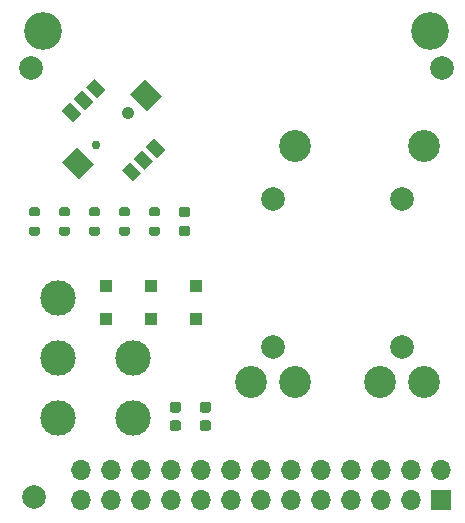
<source format=gbr>
G04 #@! TF.GenerationSoftware,KiCad,Pcbnew,(5.1.9)-1*
G04 #@! TF.CreationDate,2021-02-23T11:14:44+09:00*
G04 #@! TF.ProjectId,powertrain,706f7765-7274-4726-9169-6e2e6b696361,rev?*
G04 #@! TF.SameCoordinates,Original*
G04 #@! TF.FileFunction,Soldermask,Top*
G04 #@! TF.FilePolarity,Negative*
%FSLAX46Y46*%
G04 Gerber Fmt 4.6, Leading zero omitted, Abs format (unit mm)*
G04 Created by KiCad (PCBNEW (5.1.9)-1) date 2021-02-23 11:14:44*
%MOMM*%
%LPD*%
G01*
G04 APERTURE LIST*
%ADD10C,0.100000*%
%ADD11C,1.050000*%
%ADD12C,0.750000*%
%ADD13C,2.000000*%
%ADD14C,2.700000*%
%ADD15R,1.100000X1.100000*%
%ADD16O,1.700000X1.700000*%
%ADD17R,1.700000X1.700000*%
%ADD18C,3.200000*%
%ADD19C,3.000000*%
G04 APERTURE END LIST*
D10*
G36*
X45573930Y-29246284D02*
G01*
X44301138Y-30519076D01*
X42886924Y-29104862D01*
X44159716Y-27832070D01*
X45573930Y-29246284D01*
G37*
G36*
X39846365Y-34973849D02*
G01*
X38573573Y-36246641D01*
X37159359Y-34832427D01*
X38432151Y-33559635D01*
X39846365Y-34973849D01*
G37*
D11*
X42710148Y-30695852D03*
D12*
X40023142Y-33382858D03*
D10*
G36*
X38803382Y-30748886D02*
G01*
X38096276Y-31455992D01*
X37141682Y-30501398D01*
X37848788Y-29794292D01*
X38803382Y-30748886D01*
G37*
G36*
X40818636Y-28733631D02*
G01*
X40111530Y-29440737D01*
X39156936Y-28486143D01*
X39864042Y-27779037D01*
X40818636Y-28733631D01*
G37*
G36*
X39811009Y-29741259D02*
G01*
X39103903Y-30448365D01*
X38149309Y-29493771D01*
X38856415Y-28786665D01*
X39811009Y-29741259D01*
G37*
G36*
X45874450Y-33789445D02*
G01*
X45167344Y-34496551D01*
X44212750Y-33541957D01*
X44919856Y-32834851D01*
X45874450Y-33789445D01*
G37*
G36*
X44866823Y-34797072D02*
G01*
X44159717Y-35504178D01*
X43205123Y-34549584D01*
X43912229Y-33842478D01*
X44866823Y-34797072D01*
G37*
G36*
X43859196Y-35804699D02*
G01*
X43152090Y-36511805D01*
X42197496Y-35557211D01*
X42904602Y-34850105D01*
X43859196Y-35804699D01*
G37*
D13*
X69342000Y-26924000D03*
X34544000Y-26924000D03*
X34798000Y-63246000D03*
D14*
X67818000Y-53498000D03*
X64068000Y-53498000D03*
X67818000Y-33498000D03*
D13*
X65943000Y-50498000D03*
X65943000Y-37998000D03*
X55021000Y-37998000D03*
X55021000Y-50498000D03*
D14*
X56896000Y-33498000D03*
X53146000Y-53498000D03*
X56896000Y-53498000D03*
D15*
X48514000Y-48136000D03*
X48514000Y-45336000D03*
X40894000Y-48136000D03*
X40894000Y-45336000D03*
X44704000Y-48136000D03*
X44704000Y-45336000D03*
D16*
X38735000Y-60960000D03*
X38735000Y-63500000D03*
X41275000Y-60960000D03*
X41275000Y-63500000D03*
X43815000Y-60960000D03*
X43815000Y-63500000D03*
X46355000Y-60960000D03*
X46355000Y-63500000D03*
X48895000Y-60960000D03*
X48895000Y-63500000D03*
X51435000Y-60960000D03*
X51435000Y-63500000D03*
X53975000Y-60960000D03*
X53975000Y-63500000D03*
X56515000Y-60960000D03*
X56515000Y-63500000D03*
X59055000Y-60960000D03*
X59055000Y-63500000D03*
X61595000Y-60960000D03*
X61595000Y-63500000D03*
X64135000Y-60960000D03*
X64135000Y-63500000D03*
X66675000Y-60960000D03*
X66675000Y-63500000D03*
X69215000Y-60960000D03*
D17*
X69215000Y-63500000D03*
D18*
X68326000Y-23749000D03*
X35560000Y-23749000D03*
G36*
G01*
X46986000Y-56063000D02*
X46486000Y-56063000D01*
G75*
G02*
X46261000Y-55838000I0J225000D01*
G01*
X46261000Y-55388000D01*
G75*
G02*
X46486000Y-55163000I225000J0D01*
G01*
X46986000Y-55163000D01*
G75*
G02*
X47211000Y-55388000I0J-225000D01*
G01*
X47211000Y-55838000D01*
G75*
G02*
X46986000Y-56063000I-225000J0D01*
G01*
G37*
G36*
G01*
X46986000Y-57613000D02*
X46486000Y-57613000D01*
G75*
G02*
X46261000Y-57388000I0J225000D01*
G01*
X46261000Y-56938000D01*
G75*
G02*
X46486000Y-56713000I225000J0D01*
G01*
X46986000Y-56713000D01*
G75*
G02*
X47211000Y-56938000I0J-225000D01*
G01*
X47211000Y-57388000D01*
G75*
G02*
X46986000Y-57613000I-225000J0D01*
G01*
G37*
G36*
G01*
X49026000Y-56713000D02*
X49526000Y-56713000D01*
G75*
G02*
X49751000Y-56938000I0J-225000D01*
G01*
X49751000Y-57388000D01*
G75*
G02*
X49526000Y-57613000I-225000J0D01*
G01*
X49026000Y-57613000D01*
G75*
G02*
X48801000Y-57388000I0J225000D01*
G01*
X48801000Y-56938000D01*
G75*
G02*
X49026000Y-56713000I225000J0D01*
G01*
G37*
G36*
G01*
X49026000Y-55163000D02*
X49526000Y-55163000D01*
G75*
G02*
X49751000Y-55388000I0J-225000D01*
G01*
X49751000Y-55838000D01*
G75*
G02*
X49526000Y-56063000I-225000J0D01*
G01*
X49026000Y-56063000D01*
G75*
G02*
X48801000Y-55838000I0J225000D01*
G01*
X48801000Y-55388000D01*
G75*
G02*
X49026000Y-55163000I225000J0D01*
G01*
G37*
D19*
X36830000Y-46355000D03*
X36830000Y-56515000D03*
X36830000Y-51435000D03*
X43180000Y-51435000D03*
G36*
G01*
X34523000Y-40303000D02*
X35073000Y-40303000D01*
G75*
G02*
X35273000Y-40503000I0J-200000D01*
G01*
X35273000Y-40903000D01*
G75*
G02*
X35073000Y-41103000I-200000J0D01*
G01*
X34523000Y-41103000D01*
G75*
G02*
X34323000Y-40903000I0J200000D01*
G01*
X34323000Y-40503000D01*
G75*
G02*
X34523000Y-40303000I200000J0D01*
G01*
G37*
G36*
G01*
X34523000Y-38653000D02*
X35073000Y-38653000D01*
G75*
G02*
X35273000Y-38853000I0J-200000D01*
G01*
X35273000Y-39253000D01*
G75*
G02*
X35073000Y-39453000I-200000J0D01*
G01*
X34523000Y-39453000D01*
G75*
G02*
X34323000Y-39253000I0J200000D01*
G01*
X34323000Y-38853000D01*
G75*
G02*
X34523000Y-38653000I200000J0D01*
G01*
G37*
G36*
G01*
X37613000Y-39453000D02*
X37063000Y-39453000D01*
G75*
G02*
X36863000Y-39253000I0J200000D01*
G01*
X36863000Y-38853000D01*
G75*
G02*
X37063000Y-38653000I200000J0D01*
G01*
X37613000Y-38653000D01*
G75*
G02*
X37813000Y-38853000I0J-200000D01*
G01*
X37813000Y-39253000D01*
G75*
G02*
X37613000Y-39453000I-200000J0D01*
G01*
G37*
G36*
G01*
X37613000Y-41103000D02*
X37063000Y-41103000D01*
G75*
G02*
X36863000Y-40903000I0J200000D01*
G01*
X36863000Y-40503000D01*
G75*
G02*
X37063000Y-40303000I200000J0D01*
G01*
X37613000Y-40303000D01*
G75*
G02*
X37813000Y-40503000I0J-200000D01*
G01*
X37813000Y-40903000D01*
G75*
G02*
X37613000Y-41103000I-200000J0D01*
G01*
G37*
G36*
G01*
X40153000Y-39453000D02*
X39603000Y-39453000D01*
G75*
G02*
X39403000Y-39253000I0J200000D01*
G01*
X39403000Y-38853000D01*
G75*
G02*
X39603000Y-38653000I200000J0D01*
G01*
X40153000Y-38653000D01*
G75*
G02*
X40353000Y-38853000I0J-200000D01*
G01*
X40353000Y-39253000D01*
G75*
G02*
X40153000Y-39453000I-200000J0D01*
G01*
G37*
G36*
G01*
X40153000Y-41103000D02*
X39603000Y-41103000D01*
G75*
G02*
X39403000Y-40903000I0J200000D01*
G01*
X39403000Y-40503000D01*
G75*
G02*
X39603000Y-40303000I200000J0D01*
G01*
X40153000Y-40303000D01*
G75*
G02*
X40353000Y-40503000I0J-200000D01*
G01*
X40353000Y-40903000D01*
G75*
G02*
X40153000Y-41103000I-200000J0D01*
G01*
G37*
G36*
G01*
X42143000Y-40303000D02*
X42693000Y-40303000D01*
G75*
G02*
X42893000Y-40503000I0J-200000D01*
G01*
X42893000Y-40903000D01*
G75*
G02*
X42693000Y-41103000I-200000J0D01*
G01*
X42143000Y-41103000D01*
G75*
G02*
X41943000Y-40903000I0J200000D01*
G01*
X41943000Y-40503000D01*
G75*
G02*
X42143000Y-40303000I200000J0D01*
G01*
G37*
G36*
G01*
X42143000Y-38653000D02*
X42693000Y-38653000D01*
G75*
G02*
X42893000Y-38853000I0J-200000D01*
G01*
X42893000Y-39253000D01*
G75*
G02*
X42693000Y-39453000I-200000J0D01*
G01*
X42143000Y-39453000D01*
G75*
G02*
X41943000Y-39253000I0J200000D01*
G01*
X41943000Y-38853000D01*
G75*
G02*
X42143000Y-38653000I200000J0D01*
G01*
G37*
G36*
G01*
X44683000Y-40303000D02*
X45233000Y-40303000D01*
G75*
G02*
X45433000Y-40503000I0J-200000D01*
G01*
X45433000Y-40903000D01*
G75*
G02*
X45233000Y-41103000I-200000J0D01*
G01*
X44683000Y-41103000D01*
G75*
G02*
X44483000Y-40903000I0J200000D01*
G01*
X44483000Y-40503000D01*
G75*
G02*
X44683000Y-40303000I200000J0D01*
G01*
G37*
G36*
G01*
X44683000Y-38653000D02*
X45233000Y-38653000D01*
G75*
G02*
X45433000Y-38853000I0J-200000D01*
G01*
X45433000Y-39253000D01*
G75*
G02*
X45233000Y-39453000I-200000J0D01*
G01*
X44683000Y-39453000D01*
G75*
G02*
X44483000Y-39253000I0J200000D01*
G01*
X44483000Y-38853000D01*
G75*
G02*
X44683000Y-38653000I200000J0D01*
G01*
G37*
X43180000Y-56515000D03*
G36*
G01*
X47754250Y-39528000D02*
X47241750Y-39528000D01*
G75*
G02*
X47023000Y-39309250I0J218750D01*
G01*
X47023000Y-38871750D01*
G75*
G02*
X47241750Y-38653000I218750J0D01*
G01*
X47754250Y-38653000D01*
G75*
G02*
X47973000Y-38871750I0J-218750D01*
G01*
X47973000Y-39309250D01*
G75*
G02*
X47754250Y-39528000I-218750J0D01*
G01*
G37*
G36*
G01*
X47754250Y-41103000D02*
X47241750Y-41103000D01*
G75*
G02*
X47023000Y-40884250I0J218750D01*
G01*
X47023000Y-40446750D01*
G75*
G02*
X47241750Y-40228000I218750J0D01*
G01*
X47754250Y-40228000D01*
G75*
G02*
X47973000Y-40446750I0J-218750D01*
G01*
X47973000Y-40884250D01*
G75*
G02*
X47754250Y-41103000I-218750J0D01*
G01*
G37*
M02*

</source>
